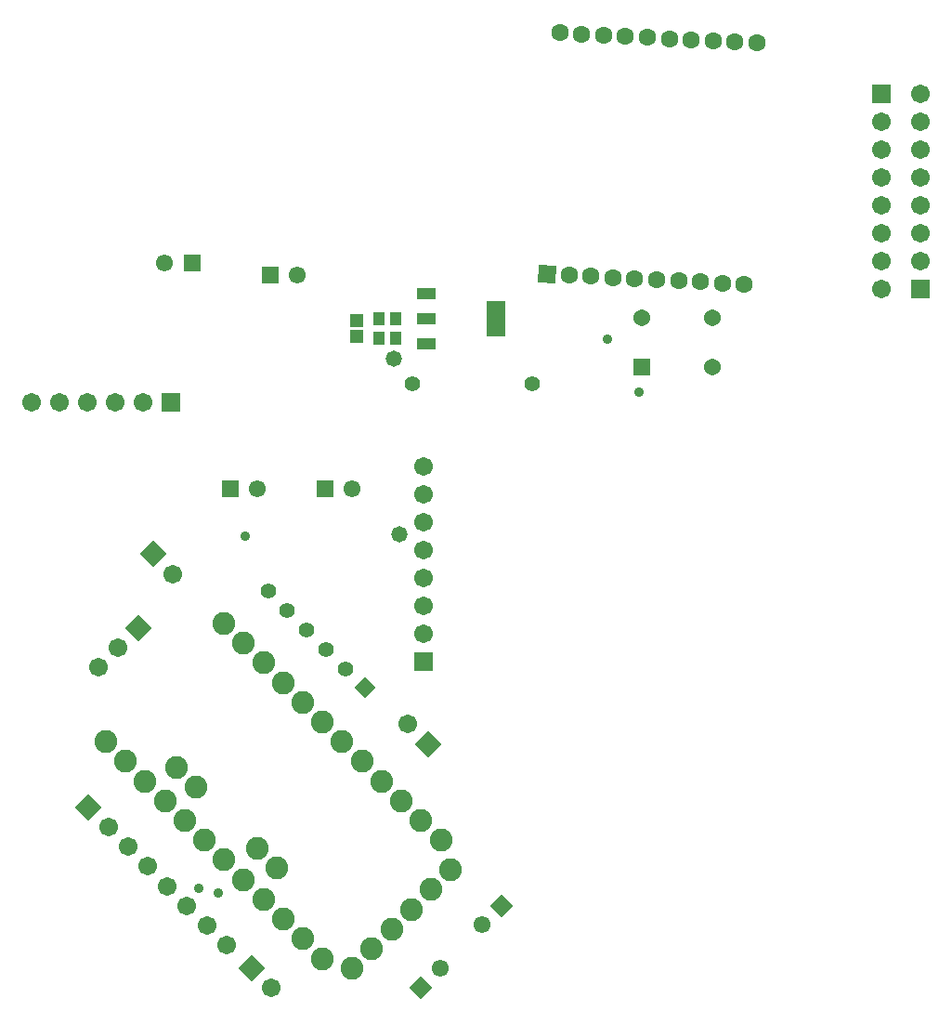
<source format=gts>
G04*
G04 #@! TF.GenerationSoftware,Altium Limited,Altium Designer,22.5.1 (42)*
G04*
G04 Layer_Color=8388736*
%FSLAX25Y25*%
%MOIN*%
G70*
G04*
G04 #@! TF.SameCoordinates,1E371425-67B3-4B82-B5F9-9DAA90CAEBC7*
G04*
G04*
G04 #@! TF.FilePolarity,Negative*
G04*
G01*
G75*
%ADD21R,0.04422X0.04619*%
%ADD22R,0.04816X0.04895*%
%ADD23R,0.07100X0.13000*%
%ADD24R,0.07100X0.04100*%
%ADD25C,0.08200*%
%ADD26P,0.09483X4X360.0*%
%ADD27C,0.06706*%
%ADD28C,0.06312*%
%ADD29P,0.08926X4X132.0*%
%ADD30P,0.09483X4X270.0*%
%ADD31R,0.06063X0.06063*%
%ADD32C,0.06063*%
%ADD33C,0.06102*%
%ADD34R,0.06102X0.06102*%
%ADD35R,0.06706X0.06706*%
%ADD36R,0.06706X0.06706*%
%ADD37C,0.05524*%
%ADD38P,0.08630X4X90.0*%
%ADD39C,0.05512*%
%ADD40P,0.07795X4X180.0*%
%ADD41C,0.03556*%
%ADD42C,0.05800*%
D21*
X144949Y259000D02*
D03*
X151051D02*
D03*
X151000Y252000D02*
D03*
X144898D02*
D03*
D22*
X137000Y252606D02*
D03*
Y258394D02*
D03*
D23*
X187100Y259000D02*
D03*
D24*
X161900Y249900D02*
D03*
X161900Y259000D02*
D03*
X161900Y268100D02*
D03*
D25*
X135370Y25938D02*
D03*
X142441Y33009D02*
D03*
X149512Y40080D02*
D03*
X156583Y47151D02*
D03*
X163654Y54222D02*
D03*
X170726Y61293D02*
D03*
X101429Y69071D02*
D03*
X108500Y62000D02*
D03*
X79509Y90991D02*
D03*
X72438Y98063D02*
D03*
X124764Y29473D02*
D03*
X117692Y36544D02*
D03*
X110621Y43615D02*
D03*
X103551Y50687D02*
D03*
X96479Y57757D02*
D03*
X89408Y64828D02*
D03*
X82337Y71900D02*
D03*
X75266Y78971D02*
D03*
X68195Y86042D02*
D03*
X61124Y93113D02*
D03*
X54053Y100184D02*
D03*
X46982Y107255D02*
D03*
X89408Y149681D02*
D03*
X96479Y142610D02*
D03*
X103550Y135539D02*
D03*
X110622Y128468D02*
D03*
X117692Y121397D02*
D03*
X124764Y114326D02*
D03*
X131835Y107255D02*
D03*
X138906Y100184D02*
D03*
X145976Y93113D02*
D03*
X153048Y86042D02*
D03*
X160119Y78970D02*
D03*
X167190Y71900D02*
D03*
D26*
X99213Y25984D02*
D03*
X64000Y174500D02*
D03*
X40787Y83713D02*
D03*
X162571Y106429D02*
D03*
D27*
X106284Y18913D02*
D03*
X51500Y141000D02*
D03*
X44429Y133929D02*
D03*
X339213Y279551D02*
D03*
Y289551D02*
D03*
Y299551D02*
D03*
Y309551D02*
D03*
Y319551D02*
D03*
Y329551D02*
D03*
Y339551D02*
D03*
X60500Y229000D02*
D03*
X50500Y229000D02*
D03*
X40500Y229000D02*
D03*
X30500Y229000D02*
D03*
X20500Y229000D02*
D03*
X71071Y167429D02*
D03*
X325213Y329551D02*
D03*
Y319551D02*
D03*
Y309551D02*
D03*
Y299551D02*
D03*
Y289551D02*
D03*
Y279551D02*
D03*
Y269551D02*
D03*
X90284Y34216D02*
D03*
X83213Y41287D02*
D03*
X76143Y48358D02*
D03*
X69071Y55429D02*
D03*
X62000Y62500D02*
D03*
X54929Y69571D02*
D03*
X47858Y76642D02*
D03*
X155500Y113500D02*
D03*
X161000Y146000D02*
D03*
X161000Y156000D02*
D03*
X161000Y166000D02*
D03*
Y176000D02*
D03*
Y186000D02*
D03*
Y196000D02*
D03*
Y206000D02*
D03*
D28*
X209865Y361551D02*
D03*
X217729Y361138D02*
D03*
X225592Y360726D02*
D03*
X233455Y360314D02*
D03*
X241318Y359902D02*
D03*
X249181Y359490D02*
D03*
X257045Y359078D02*
D03*
X264908Y358666D02*
D03*
X272771Y358254D02*
D03*
X280634Y357842D02*
D03*
X276101Y271347D02*
D03*
X268238Y271759D02*
D03*
X260375Y272170D02*
D03*
X252512Y272583D02*
D03*
X244649Y272995D02*
D03*
X236785Y273407D02*
D03*
X228922Y273819D02*
D03*
X221059Y274231D02*
D03*
X213196Y274643D02*
D03*
D29*
X205332Y275056D02*
D03*
D30*
X58571Y148071D02*
D03*
D31*
X239205Y241642D02*
D03*
D32*
X264795D02*
D03*
X239205Y259358D02*
D03*
X264795Y259358D02*
D03*
D33*
X135421Y197933D02*
D03*
X101500Y198000D02*
D03*
X115842Y274500D02*
D03*
X68158Y279000D02*
D03*
X166941Y26018D02*
D03*
X182000Y41500D02*
D03*
D34*
X125579Y197933D02*
D03*
X91658Y198000D02*
D03*
X106000Y274500D02*
D03*
X78000Y279000D02*
D03*
D35*
X339213Y269551D02*
D03*
X325213Y339551D02*
D03*
X161000Y136000D02*
D03*
D36*
X70500Y229000D02*
D03*
D37*
X200153Y235500D02*
D03*
X156846D02*
D03*
D38*
X159982Y19059D02*
D03*
X188960Y48460D02*
D03*
D39*
X105201Y161298D02*
D03*
X112161Y154339D02*
D03*
X119121Y147379D02*
D03*
X126081Y140419D02*
D03*
X133040Y133460D02*
D03*
D40*
X140000Y126500D02*
D03*
D41*
X238500Y232500D02*
D03*
X227000Y251500D02*
D03*
X80500Y54500D02*
D03*
X97000Y181000D02*
D03*
X87500Y53000D02*
D03*
D42*
X150500Y244500D02*
D03*
X152500Y181500D02*
D03*
M02*

</source>
